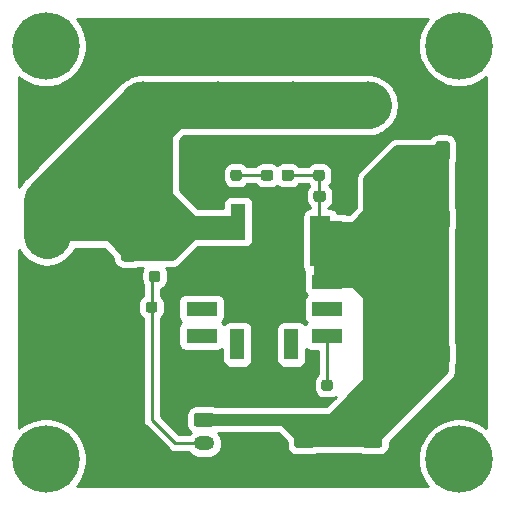
<source format=gbr>
%TF.GenerationSoftware,KiCad,Pcbnew,(5.1.9)-1*%
%TF.CreationDate,2021-02-27T14:58:15+09:00*%
%TF.ProjectId,universal_power_board_v1.2,756e6976-6572-4736-916c-5f706f776572,rev?*%
%TF.SameCoordinates,Original*%
%TF.FileFunction,Copper,L1,Top*%
%TF.FilePolarity,Positive*%
%FSLAX46Y46*%
G04 Gerber Fmt 4.6, Leading zero omitted, Abs format (unit mm)*
G04 Created by KiCad (PCBNEW (5.1.9)-1) date 2021-02-27 14:58:15*
%MOMM*%
%LPD*%
G01*
G04 APERTURE LIST*
%TA.AperFunction,NonConductor*%
%ADD10C,0.100000*%
%TD*%
%TA.AperFunction,SMDPad,CuDef*%
%ADD11R,1.270000X2.159000*%
%TD*%
%TA.AperFunction,SMDPad,CuDef*%
%ADD12R,2.159000X1.270000*%
%TD*%
%TA.AperFunction,SMDPad,CuDef*%
%ADD13R,1.270000X2.659000*%
%TD*%
%TA.AperFunction,SMDPad,CuDef*%
%ADD14R,2.659000X1.270000*%
%TD*%
%TA.AperFunction,SMDPad,CuDef*%
%ADD15R,1.730000X4.320000*%
%TD*%
%TA.AperFunction,SMDPad,CuDef*%
%ADD16R,3.720000X2.030000*%
%TD*%
%TA.AperFunction,SMDPad,CuDef*%
%ADD17R,4.020000X2.030000*%
%TD*%
%TA.AperFunction,ComponentPad*%
%ADD18C,4.000000*%
%TD*%
%TA.AperFunction,ComponentPad*%
%ADD19R,3.800000X3.800000*%
%TD*%
%TA.AperFunction,ComponentPad*%
%ADD20O,1.750000X1.200000*%
%TD*%
%TA.AperFunction,ComponentPad*%
%ADD21O,1.200000X1.750000*%
%TD*%
%TA.AperFunction,ComponentPad*%
%ADD22C,3.800000*%
%TD*%
%TA.AperFunction,ComponentPad*%
%ADD23C,5.700000*%
%TD*%
%TA.AperFunction,ViaPad*%
%ADD24C,0.800000*%
%TD*%
%TA.AperFunction,Conductor*%
%ADD25C,4.000000*%
%TD*%
%TA.AperFunction,Conductor*%
%ADD26C,1.000000*%
%TD*%
%TA.AperFunction,Conductor*%
%ADD27C,0.250000*%
%TD*%
%TA.AperFunction,Conductor*%
%ADD28C,0.254000*%
%TD*%
%TA.AperFunction,Conductor*%
%ADD29C,0.100000*%
%TD*%
G04 APERTURE END LIST*
D10*
G36*
X109621320Y-71038720D02*
G01*
X109639100Y-72966580D01*
X108386880Y-72984360D01*
X108427520Y-71031100D01*
X109621320Y-71038720D01*
G37*
X109621320Y-71038720D02*
X109639100Y-72966580D01*
X108386880Y-72984360D01*
X108427520Y-71031100D01*
X109621320Y-71038720D01*
G36*
X106680000Y-64135000D02*
G01*
X106680000Y-69215000D01*
X109220000Y-71755000D01*
X107315000Y-74295000D01*
X103505000Y-74295000D01*
X101600000Y-72390000D01*
X97790000Y-73025000D01*
X97790000Y-69850000D01*
X104775000Y-62865000D01*
X107315000Y-62865000D01*
X106680000Y-64135000D01*
G37*
X106680000Y-64135000D02*
X106680000Y-69215000D01*
X109220000Y-71755000D01*
X107315000Y-74295000D01*
X103505000Y-74295000D01*
X101600000Y-72390000D01*
X97790000Y-73025000D01*
X97790000Y-69850000D01*
X104775000Y-62865000D01*
X107315000Y-62865000D01*
X106680000Y-64135000D01*
G36*
X130175000Y-83820000D02*
G01*
X124460000Y-90170000D01*
X118745000Y-90170000D01*
X116840000Y-88265000D01*
X120650000Y-88265000D01*
X123825000Y-84455000D01*
X123825000Y-77470000D01*
X122555000Y-76200000D01*
X119380000Y-76200000D01*
X119380000Y-71755000D01*
X122555000Y-71755000D01*
X123825000Y-70485000D01*
X123825000Y-67945000D01*
X126365000Y-65405000D01*
X130175000Y-65405000D01*
X130175000Y-83820000D01*
G37*
X130175000Y-83820000D02*
X124460000Y-90170000D01*
X118745000Y-90170000D01*
X116840000Y-88265000D01*
X120650000Y-88265000D01*
X123825000Y-84455000D01*
X123825000Y-77470000D01*
X122555000Y-76200000D01*
X119380000Y-76200000D01*
X119380000Y-71755000D01*
X122555000Y-71755000D01*
X123825000Y-70485000D01*
X123825000Y-67945000D01*
X126365000Y-65405000D01*
X130175000Y-65405000D01*
X130175000Y-83820000D01*
D11*
%TO.P,U1,3*%
%TO.N,GND*%
X117338670Y-71005300D03*
X114870670Y-71005300D03*
D12*
%TO.P,U1,4*%
%TO.N,+5V*%
X120519000Y-72005000D03*
D11*
%TO.P,U1,2*%
%TO.N,+BATT*%
X112759058Y-71005300D03*
D12*
X109388560Y-72005000D03*
D13*
%TO.P,U1,12*%
%TO.N,Net-(U1-Pad12)*%
X117245130Y-81889410D03*
D14*
%TO.P,U1,11*%
%TO.N,Net-(U1-Pad11)*%
X120269000Y-78863000D03*
%TO.P,U1,10*%
%TO.N,Net-(U1-Pad10)*%
X109638560Y-78863000D03*
%TO.P,U1,9*%
%TO.N,Net-(U1-Pad9)*%
X109638560Y-81153000D03*
D13*
%TO.P,U1,8*%
%TO.N,Net-(U1-Pad8)*%
X112675130Y-81889410D03*
%TO.P,U1,7*%
%TO.N,GND*%
X114965130Y-81889410D03*
D14*
%TO.P,U1,6*%
%TO.N,Net-(R4-Pad1)*%
X120269000Y-81153000D03*
%TO.P,U1,5*%
%TO.N,+5V*%
X120269000Y-76573000D03*
D15*
%TO.P,U1,4*%
X119685130Y-73143000D03*
D16*
%TO.P,U1,3*%
%TO.N,GND*%
X116105130Y-72003000D03*
D17*
%TO.P,U1,2*%
%TO.N,+BATT*%
X111375130Y-72003000D03*
D14*
%TO.P,U1,1*%
%TO.N,GND*%
X109638560Y-76573000D03*
%TD*%
%TO.P,R5,2*%
%TO.N,GND*%
%TA.AperFunction,SMDPad,CuDef*%
G36*
G01*
X111231500Y-67326500D02*
X111231500Y-67801500D01*
G75*
G02*
X110994000Y-68039000I-237500J0D01*
G01*
X110494000Y-68039000D01*
G75*
G02*
X110256500Y-67801500I0J237500D01*
G01*
X110256500Y-67326500D01*
G75*
G02*
X110494000Y-67089000I237500J0D01*
G01*
X110994000Y-67089000D01*
G75*
G02*
X111231500Y-67326500I0J-237500D01*
G01*
G37*
%TD.AperFunction*%
%TO.P,R5,1*%
%TO.N,Net-(D1-Pad1)*%
%TA.AperFunction,SMDPad,CuDef*%
G36*
G01*
X113056500Y-67326500D02*
X113056500Y-67801500D01*
G75*
G02*
X112819000Y-68039000I-237500J0D01*
G01*
X112319000Y-68039000D01*
G75*
G02*
X112081500Y-67801500I0J237500D01*
G01*
X112081500Y-67326500D01*
G75*
G02*
X112319000Y-67089000I237500J0D01*
G01*
X112819000Y-67089000D01*
G75*
G02*
X113056500Y-67326500I0J-237500D01*
G01*
G37*
%TD.AperFunction*%
%TD*%
%TO.P,R4,2*%
%TO.N,GND*%
%TA.AperFunction,SMDPad,CuDef*%
G36*
G01*
X118931500Y-85106500D02*
X118931500Y-85581500D01*
G75*
G02*
X118694000Y-85819000I-237500J0D01*
G01*
X118194000Y-85819000D01*
G75*
G02*
X117956500Y-85581500I0J237500D01*
G01*
X117956500Y-85106500D01*
G75*
G02*
X118194000Y-84869000I237500J0D01*
G01*
X118694000Y-84869000D01*
G75*
G02*
X118931500Y-85106500I0J-237500D01*
G01*
G37*
%TD.AperFunction*%
%TO.P,R4,1*%
%TO.N,Net-(R4-Pad1)*%
%TA.AperFunction,SMDPad,CuDef*%
G36*
G01*
X120756500Y-85106500D02*
X120756500Y-85581500D01*
G75*
G02*
X120519000Y-85819000I-237500J0D01*
G01*
X120019000Y-85819000D01*
G75*
G02*
X119781500Y-85581500I0J237500D01*
G01*
X119781500Y-85106500D01*
G75*
G02*
X120019000Y-84869000I237500J0D01*
G01*
X120519000Y-84869000D01*
G75*
G02*
X120756500Y-85106500I0J-237500D01*
G01*
G37*
%TD.AperFunction*%
%TD*%
%TO.P,R3,2*%
%TO.N,GND*%
%TA.AperFunction,SMDPad,CuDef*%
G36*
G01*
X120924500Y-67801500D02*
X120924500Y-67326500D01*
G75*
G02*
X121162000Y-67089000I237500J0D01*
G01*
X121662000Y-67089000D01*
G75*
G02*
X121899500Y-67326500I0J-237500D01*
G01*
X121899500Y-67801500D01*
G75*
G02*
X121662000Y-68039000I-237500J0D01*
G01*
X121162000Y-68039000D01*
G75*
G02*
X120924500Y-67801500I0J237500D01*
G01*
G37*
%TD.AperFunction*%
%TO.P,R3,1*%
%TO.N,+5V*%
%TA.AperFunction,SMDPad,CuDef*%
G36*
G01*
X119099500Y-67801500D02*
X119099500Y-67326500D01*
G75*
G02*
X119337000Y-67089000I237500J0D01*
G01*
X119837000Y-67089000D01*
G75*
G02*
X120074500Y-67326500I0J-237500D01*
G01*
X120074500Y-67801500D01*
G75*
G02*
X119837000Y-68039000I-237500J0D01*
G01*
X119337000Y-68039000D01*
G75*
G02*
X119099500Y-67801500I0J237500D01*
G01*
G37*
%TD.AperFunction*%
%TD*%
%TO.P,R2,1*%
%TO.N,Net-(J1-Pad2)*%
%TA.AperFunction,SMDPad,CuDef*%
G36*
G01*
X105897500Y-78502500D02*
X105897500Y-78977500D01*
G75*
G02*
X105660000Y-79215000I-237500J0D01*
G01*
X105160000Y-79215000D01*
G75*
G02*
X104922500Y-78977500I0J237500D01*
G01*
X104922500Y-78502500D01*
G75*
G02*
X105160000Y-78265000I237500J0D01*
G01*
X105660000Y-78265000D01*
G75*
G02*
X105897500Y-78502500I0J-237500D01*
G01*
G37*
%TD.AperFunction*%
%TO.P,R2,2*%
%TO.N,GND*%
%TA.AperFunction,SMDPad,CuDef*%
G36*
G01*
X104072500Y-78502500D02*
X104072500Y-78977500D01*
G75*
G02*
X103835000Y-79215000I-237500J0D01*
G01*
X103335000Y-79215000D01*
G75*
G02*
X103097500Y-78977500I0J237500D01*
G01*
X103097500Y-78502500D01*
G75*
G02*
X103335000Y-78265000I237500J0D01*
G01*
X103835000Y-78265000D01*
G75*
G02*
X104072500Y-78502500I0J-237500D01*
G01*
G37*
%TD.AperFunction*%
%TD*%
%TO.P,R1,1*%
%TO.N,+BATT*%
%TA.AperFunction,SMDPad,CuDef*%
G36*
G01*
X105426500Y-73807500D02*
X105901500Y-73807500D01*
G75*
G02*
X106139000Y-74045000I0J-237500D01*
G01*
X106139000Y-74545000D01*
G75*
G02*
X105901500Y-74782500I-237500J0D01*
G01*
X105426500Y-74782500D01*
G75*
G02*
X105189000Y-74545000I0J237500D01*
G01*
X105189000Y-74045000D01*
G75*
G02*
X105426500Y-73807500I237500J0D01*
G01*
G37*
%TD.AperFunction*%
%TO.P,R1,2*%
%TO.N,Net-(J1-Pad2)*%
%TA.AperFunction,SMDPad,CuDef*%
G36*
G01*
X105426500Y-75632500D02*
X105901500Y-75632500D01*
G75*
G02*
X106139000Y-75870000I0J-237500D01*
G01*
X106139000Y-76370000D01*
G75*
G02*
X105901500Y-76607500I-237500J0D01*
G01*
X105426500Y-76607500D01*
G75*
G02*
X105189000Y-76370000I0J237500D01*
G01*
X105189000Y-75870000D01*
G75*
G02*
X105426500Y-75632500I237500J0D01*
G01*
G37*
%TD.AperFunction*%
%TD*%
D18*
%TO.P,J12,2*%
%TO.N,+BATT*%
X123705000Y-61642000D03*
D19*
%TO.P,J12,1*%
%TO.N,GND*%
X123705000Y-56642000D03*
%TD*%
D18*
%TO.P,J11,2*%
%TO.N,+BATT*%
X117355000Y-61642000D03*
D19*
%TO.P,J11,1*%
%TO.N,GND*%
X117355000Y-56642000D03*
%TD*%
D20*
%TO.P,J10,2*%
%TO.N,GND*%
X124079000Y-92043000D03*
%TO.P,J10,1*%
%TO.N,+5V*%
%TA.AperFunction,ComponentPad*%
G36*
G01*
X123453999Y-89443000D02*
X124704001Y-89443000D01*
G75*
G02*
X124954000Y-89692999I0J-249999D01*
G01*
X124954000Y-90393001D01*
G75*
G02*
X124704001Y-90643000I-249999J0D01*
G01*
X123453999Y-90643000D01*
G75*
G02*
X123204000Y-90393001I0J249999D01*
G01*
X123204000Y-89692999D01*
G75*
G02*
X123453999Y-89443000I249999J0D01*
G01*
G37*
%TD.AperFunction*%
%TD*%
%TO.P,J9,2*%
%TO.N,GND*%
X118364000Y-92043000D03*
%TO.P,J9,1*%
%TO.N,+5V*%
%TA.AperFunction,ComponentPad*%
G36*
G01*
X117738999Y-89443000D02*
X118989001Y-89443000D01*
G75*
G02*
X119239000Y-89692999I0J-249999D01*
G01*
X119239000Y-90393001D01*
G75*
G02*
X118989001Y-90643000I-249999J0D01*
G01*
X117738999Y-90643000D01*
G75*
G02*
X117489000Y-90393001I0J249999D01*
G01*
X117489000Y-89692999D01*
G75*
G02*
X117738999Y-89443000I249999J0D01*
G01*
G37*
%TD.AperFunction*%
%TD*%
D21*
%TO.P,J8,2*%
%TO.N,GND*%
X132048000Y-82677000D03*
%TO.P,J8,1*%
%TO.N,+5V*%
%TA.AperFunction,ComponentPad*%
G36*
G01*
X129448000Y-83302001D02*
X129448000Y-82051999D01*
G75*
G02*
X129697999Y-81802000I249999J0D01*
G01*
X130398001Y-81802000D01*
G75*
G02*
X130648000Y-82051999I0J-249999D01*
G01*
X130648000Y-83302001D01*
G75*
G02*
X130398001Y-83552000I-249999J0D01*
G01*
X129697999Y-83552000D01*
G75*
G02*
X129448000Y-83302001I0J249999D01*
G01*
G37*
%TD.AperFunction*%
%TD*%
%TO.P,J7,2*%
%TO.N,GND*%
X131953000Y-76962000D03*
%TO.P,J7,1*%
%TO.N,+5V*%
%TA.AperFunction,ComponentPad*%
G36*
G01*
X129353000Y-77587001D02*
X129353000Y-76336999D01*
G75*
G02*
X129602999Y-76087000I249999J0D01*
G01*
X130303001Y-76087000D01*
G75*
G02*
X130553000Y-76336999I0J-249999D01*
G01*
X130553000Y-77587001D01*
G75*
G02*
X130303001Y-77837000I-249999J0D01*
G01*
X129602999Y-77837000D01*
G75*
G02*
X129353000Y-77587001I0J249999D01*
G01*
G37*
%TD.AperFunction*%
%TD*%
D18*
%TO.P,J6,2*%
%TO.N,+BATT*%
X111005000Y-61642000D03*
D19*
%TO.P,J6,1*%
%TO.N,GND*%
X111005000Y-56642000D03*
%TD*%
D21*
%TO.P,J5,2*%
%TO.N,GND*%
X132048000Y-71247000D03*
%TO.P,J5,1*%
%TO.N,+5V*%
%TA.AperFunction,ComponentPad*%
G36*
G01*
X129448000Y-71872001D02*
X129448000Y-70621999D01*
G75*
G02*
X129697999Y-70372000I249999J0D01*
G01*
X130398001Y-70372000D01*
G75*
G02*
X130648000Y-70621999I0J-249999D01*
G01*
X130648000Y-71872001D01*
G75*
G02*
X130398001Y-72122000I-249999J0D01*
G01*
X129697999Y-72122000D01*
G75*
G02*
X129448000Y-71872001I0J249999D01*
G01*
G37*
%TD.AperFunction*%
%TD*%
%TO.P,J4,2*%
%TO.N,GND*%
X132048000Y-65532000D03*
%TO.P,J4,1*%
%TO.N,+5V*%
%TA.AperFunction,ComponentPad*%
G36*
G01*
X129448000Y-66157001D02*
X129448000Y-64906999D01*
G75*
G02*
X129697999Y-64657000I249999J0D01*
G01*
X130398001Y-64657000D01*
G75*
G02*
X130648000Y-64906999I0J-249999D01*
G01*
X130648000Y-66157001D01*
G75*
G02*
X130398001Y-66407000I-249999J0D01*
G01*
X129697999Y-66407000D01*
G75*
G02*
X129448000Y-66157001I0J249999D01*
G01*
G37*
%TD.AperFunction*%
%TD*%
D18*
%TO.P,J3,2*%
%TO.N,+BATT*%
X104648000Y-61642000D03*
D19*
%TO.P,J3,1*%
%TO.N,GND*%
X104648000Y-56642000D03*
%TD*%
D22*
%TO.P,J2,2*%
%TO.N,+BATT*%
X96520000Y-72644000D03*
D19*
%TO.P,J2,1*%
%TO.N,GND*%
X96520000Y-77644000D03*
%TD*%
D20*
%TO.P,J1,3*%
%TO.N,GND*%
X109855000Y-92265000D03*
%TO.P,J1,2*%
%TO.N,Net-(J1-Pad2)*%
X109855000Y-90265000D03*
%TO.P,J1,1*%
%TO.N,+5V*%
%TA.AperFunction,ComponentPad*%
G36*
G01*
X109229999Y-87665000D02*
X110480001Y-87665000D01*
G75*
G02*
X110730000Y-87914999I0J-249999D01*
G01*
X110730000Y-88615001D01*
G75*
G02*
X110480001Y-88865000I-249999J0D01*
G01*
X109229999Y-88865000D01*
G75*
G02*
X108980000Y-88615001I0J249999D01*
G01*
X108980000Y-87914999D01*
G75*
G02*
X109229999Y-87665000I249999J0D01*
G01*
G37*
%TD.AperFunction*%
%TD*%
D23*
%TO.P,H4,1*%
%TO.N,N/C*%
X131445000Y-91615000D03*
%TD*%
%TO.P,H3,1*%
%TO.N,N/C*%
X96445001Y-56615001D03*
%TD*%
%TO.P,H2,1*%
%TO.N,N/C*%
X131445000Y-56615001D03*
%TD*%
%TO.P,H1,1*%
%TO.N,N/C*%
X96445001Y-91615000D03*
%TD*%
%TO.P,D1,2*%
%TO.N,+5V*%
%TA.AperFunction,SMDPad,CuDef*%
G36*
G01*
X116414000Y-67801500D02*
X116414000Y-67326500D01*
G75*
G02*
X116651500Y-67089000I237500J0D01*
G01*
X117226500Y-67089000D01*
G75*
G02*
X117464000Y-67326500I0J-237500D01*
G01*
X117464000Y-67801500D01*
G75*
G02*
X117226500Y-68039000I-237500J0D01*
G01*
X116651500Y-68039000D01*
G75*
G02*
X116414000Y-67801500I0J237500D01*
G01*
G37*
%TD.AperFunction*%
%TO.P,D1,1*%
%TO.N,Net-(D1-Pad1)*%
%TA.AperFunction,SMDPad,CuDef*%
G36*
G01*
X114664000Y-67801500D02*
X114664000Y-67326500D01*
G75*
G02*
X114901500Y-67089000I237500J0D01*
G01*
X115476500Y-67089000D01*
G75*
G02*
X115714000Y-67326500I0J-237500D01*
G01*
X115714000Y-67801500D01*
G75*
G02*
X115476500Y-68039000I-237500J0D01*
G01*
X114901500Y-68039000D01*
G75*
G02*
X114664000Y-67801500I0J237500D01*
G01*
G37*
%TD.AperFunction*%
%TD*%
%TO.P,C2,2*%
%TO.N,GND*%
%TA.AperFunction,SMDPad,CuDef*%
G36*
G01*
X120859000Y-69579500D02*
X120859000Y-69104500D01*
G75*
G02*
X121096500Y-68867000I237500J0D01*
G01*
X121671500Y-68867000D01*
G75*
G02*
X121909000Y-69104500I0J-237500D01*
G01*
X121909000Y-69579500D01*
G75*
G02*
X121671500Y-69817000I-237500J0D01*
G01*
X121096500Y-69817000D01*
G75*
G02*
X120859000Y-69579500I0J237500D01*
G01*
G37*
%TD.AperFunction*%
%TO.P,C2,1*%
%TO.N,+5V*%
%TA.AperFunction,SMDPad,CuDef*%
G36*
G01*
X119109000Y-69579500D02*
X119109000Y-69104500D01*
G75*
G02*
X119346500Y-68867000I237500J0D01*
G01*
X119921500Y-68867000D01*
G75*
G02*
X120159000Y-69104500I0J-237500D01*
G01*
X120159000Y-69579500D01*
G75*
G02*
X119921500Y-69817000I-237500J0D01*
G01*
X119346500Y-69817000D01*
G75*
G02*
X119109000Y-69579500I0J237500D01*
G01*
G37*
%TD.AperFunction*%
%TD*%
%TO.P,C1,1*%
%TO.N,+BATT*%
%TA.AperFunction,SMDPad,CuDef*%
G36*
G01*
X103054999Y-73720000D02*
X103955001Y-73720000D01*
G75*
G02*
X104205000Y-73969999I0J-249999D01*
G01*
X104205000Y-74620001D01*
G75*
G02*
X103955001Y-74870000I-249999J0D01*
G01*
X103054999Y-74870000D01*
G75*
G02*
X102805000Y-74620001I0J249999D01*
G01*
X102805000Y-73969999D01*
G75*
G02*
X103054999Y-73720000I249999J0D01*
G01*
G37*
%TD.AperFunction*%
%TO.P,C1,2*%
%TO.N,GND*%
%TA.AperFunction,SMDPad,CuDef*%
G36*
G01*
X103054999Y-75770000D02*
X103955001Y-75770000D01*
G75*
G02*
X104205000Y-76019999I0J-249999D01*
G01*
X104205000Y-76670001D01*
G75*
G02*
X103955001Y-76920000I-249999J0D01*
G01*
X103054999Y-76920000D01*
G75*
G02*
X102805000Y-76670001I0J249999D01*
G01*
X102805000Y-76019999D01*
G75*
G02*
X103054999Y-75770000I249999J0D01*
G01*
G37*
%TD.AperFunction*%
%TD*%
D24*
%TO.N,GND*%
X113030000Y-74930000D03*
X114935000Y-74930000D03*
X116840000Y-74930000D03*
X116840000Y-76835000D03*
X114935000Y-76835000D03*
X113030000Y-76835000D03*
X113030000Y-78740000D03*
X114935000Y-78740000D03*
X116840000Y-78740000D03*
%TO.N,+BATT*%
X102870000Y-66040000D03*
X100965000Y-66040000D03*
X100965000Y-67945000D03*
X100965000Y-64135000D03*
X102870000Y-64135000D03*
X99060000Y-69850000D03*
X99060000Y-67945000D03*
X99060000Y-66040000D03*
X97155000Y-67945000D03*
X97155000Y-69850000D03*
X104775000Y-64135000D03*
X106680000Y-64135000D03*
X104775000Y-69850000D03*
X102870000Y-71755000D03*
X104775000Y-71755000D03*
X100965000Y-71755000D03*
X100965000Y-69850000D03*
X102870000Y-69850000D03*
X102870000Y-67945000D03*
X104775000Y-67945000D03*
X104775000Y-66040000D03*
X106680000Y-66040000D03*
X106680000Y-67945000D03*
X106680000Y-69850000D03*
X106680000Y-71755000D03*
%TO.N,+5V*%
X126730000Y-69850000D03*
X124825000Y-69850000D03*
X124825000Y-67945000D03*
X126730000Y-67945000D03*
X126730000Y-71755000D03*
X124825000Y-71755000D03*
X124825000Y-73660000D03*
X126730000Y-73660000D03*
X124825000Y-77470000D03*
X124825000Y-81280000D03*
X126730000Y-81280000D03*
X126730000Y-79375000D03*
X124825000Y-79375000D03*
X126730000Y-77470000D03*
X126730000Y-75565000D03*
X124825000Y-75565000D03*
X124825000Y-83185000D03*
X126730000Y-83185000D03*
X126730000Y-85090000D03*
X124825000Y-85090000D03*
%TD*%
D25*
%TO.N,GND*%
X123825000Y-56642000D02*
X104648000Y-56642000D01*
D26*
X132048000Y-65532000D02*
X132048000Y-82677000D01*
X124079000Y-92043000D02*
X118364000Y-92043000D01*
D27*
X118142000Y-92265000D02*
X118364000Y-92043000D01*
D26*
X109855000Y-92265000D02*
X118142000Y-92265000D01*
%TO.N,+BATT*%
X101854000Y-72644000D02*
X103505000Y-74295000D01*
X103505000Y-74295000D02*
X105664000Y-74295000D01*
X107098560Y-74295000D02*
X109388560Y-72005000D01*
X105664000Y-74295000D02*
X107098560Y-74295000D01*
X96520000Y-72644000D02*
X101854000Y-72644000D01*
X106680000Y-69296440D02*
X109388560Y-72005000D01*
X106680000Y-64135000D02*
X106680000Y-69296440D01*
X111125000Y-61642000D02*
X109173000Y-61642000D01*
D25*
X96520000Y-69770000D02*
X104648000Y-61642000D01*
X96520000Y-72644000D02*
X96520000Y-69770000D01*
D26*
X102870000Y-67945000D02*
X102870000Y-66040000D01*
X102870000Y-66040000D02*
X104775000Y-66040000D01*
X104775000Y-66040000D02*
X104775000Y-69850000D01*
X101470460Y-67945000D02*
X100965000Y-67945000D01*
X102870000Y-69344540D02*
X101470460Y-67945000D01*
X100965000Y-67945000D02*
X100965000Y-69850000D01*
X102870000Y-69850000D02*
X102870000Y-68531740D01*
X102870000Y-68531740D02*
X102870000Y-69344540D01*
X102870000Y-67945000D02*
X102870000Y-68531740D01*
X109173000Y-61642000D02*
X106680000Y-64135000D01*
D25*
X104648000Y-61642000D02*
X123705000Y-61642000D01*
D27*
%TO.N,+5V*%
X116939000Y-67564000D02*
X119587000Y-67564000D01*
X119587000Y-73044870D02*
X119685130Y-73143000D01*
X119587000Y-67564000D02*
X119587000Y-73044870D01*
X120519000Y-72309130D02*
X119685130Y-73143000D01*
X120519000Y-72005000D02*
X120519000Y-72309130D01*
D26*
X130048000Y-65532000D02*
X130048000Y-71247000D01*
X130048000Y-71247000D02*
X130048000Y-82677000D01*
X116586000Y-88265000D02*
X109855000Y-88265000D01*
X118364000Y-90043000D02*
X116586000Y-88265000D01*
X129290000Y-72005000D02*
X130048000Y-71247000D01*
X120519000Y-72005000D02*
X129290000Y-72005000D01*
X123825000Y-77799500D02*
X123825000Y-85090000D01*
X122598500Y-76573000D02*
X123825000Y-77799500D01*
X120269000Y-76573000D02*
X122598500Y-76573000D01*
X123825000Y-70778500D02*
X123825000Y-67945000D01*
X122598500Y-72005000D02*
X123825000Y-70778500D01*
X120519000Y-72005000D02*
X122598500Y-72005000D01*
X119685130Y-75989130D02*
X120269000Y-76573000D01*
X119685130Y-73143000D02*
X119685130Y-75989130D01*
X120650000Y-88265000D02*
X123825000Y-85090000D01*
X116586000Y-88265000D02*
X120650000Y-88265000D01*
X126238000Y-65532000D02*
X123825000Y-67945000D01*
X130048000Y-65532000D02*
X126238000Y-65532000D01*
X124079000Y-90043000D02*
X118364000Y-90043000D01*
X130048000Y-84074000D02*
X124079000Y-90043000D01*
X130048000Y-82677000D02*
X130048000Y-84074000D01*
D27*
X130048000Y-65532000D02*
X130048000Y-82677000D01*
D26*
X123825000Y-67945000D02*
X125730000Y-67945000D01*
X123825000Y-73660000D02*
X125730000Y-73660000D01*
X123825000Y-77470000D02*
X125730000Y-77470000D01*
X125730000Y-73660000D02*
X125730000Y-85090000D01*
X123825000Y-69850000D02*
X125730000Y-69850000D01*
D27*
%TO.N,Net-(D1-Pad1)*%
X115189000Y-67564000D02*
X112569000Y-67564000D01*
%TO.N,Net-(J1-Pad2)*%
X105410000Y-78740000D02*
X105410000Y-88265000D01*
X107410000Y-90265000D02*
X109855000Y-90265000D01*
X105410000Y-88265000D02*
X107410000Y-90265000D01*
X105410000Y-76374000D02*
X105664000Y-76120000D01*
X105410000Y-78740000D02*
X105410000Y-76374000D01*
%TO.N,Net-(R4-Pad1)*%
X120269000Y-81153000D02*
X120269000Y-85344000D01*
%TD*%
D28*
%TO.N,GND*%
X128738024Y-54393443D02*
X128356633Y-54964235D01*
X128093927Y-55598464D01*
X127960000Y-56271759D01*
X127960000Y-56958243D01*
X128093927Y-57631538D01*
X128356633Y-58265767D01*
X128738024Y-58836559D01*
X129223442Y-59321977D01*
X129794234Y-59703368D01*
X130428463Y-59966074D01*
X131101758Y-60100001D01*
X131788242Y-60100001D01*
X132461537Y-59966074D01*
X133095766Y-59703368D01*
X133666558Y-59321977D01*
X133710000Y-59278535D01*
X133710001Y-88951467D01*
X133666558Y-88908024D01*
X133095766Y-88526633D01*
X132461537Y-88263927D01*
X131788242Y-88130000D01*
X131101758Y-88130000D01*
X130428463Y-88263927D01*
X129794234Y-88526633D01*
X129223442Y-88908024D01*
X128738024Y-89393442D01*
X128356633Y-89964234D01*
X128093927Y-90598463D01*
X127960000Y-91271758D01*
X127960000Y-91958242D01*
X128093927Y-92631537D01*
X128356633Y-93265766D01*
X128738024Y-93836558D01*
X128781466Y-93880000D01*
X99108535Y-93880000D01*
X99151977Y-93836558D01*
X99533368Y-93265766D01*
X99796074Y-92631537D01*
X99930001Y-91958242D01*
X99930001Y-91271758D01*
X99796074Y-90598463D01*
X99533368Y-89964234D01*
X99151977Y-89393442D01*
X98666559Y-88908024D01*
X98095767Y-88526633D01*
X97461538Y-88263927D01*
X96788243Y-88130000D01*
X96101759Y-88130000D01*
X95428464Y-88263927D01*
X94794235Y-88526633D01*
X94223443Y-88908024D01*
X94180001Y-88951466D01*
X94180001Y-73855939D01*
X94318477Y-74115010D01*
X94647759Y-74516241D01*
X95048989Y-74845523D01*
X95506750Y-75090201D01*
X96003450Y-75240873D01*
X96520000Y-75291749D01*
X97036549Y-75240873D01*
X97533249Y-75090201D01*
X97991010Y-74845523D01*
X98392241Y-74516241D01*
X98721523Y-74115011D01*
X98901124Y-73779000D01*
X101383869Y-73779000D01*
X102166928Y-74562060D01*
X102166928Y-74620001D01*
X102183992Y-74793255D01*
X102234528Y-74959851D01*
X102316595Y-75113387D01*
X102427038Y-75247962D01*
X102561613Y-75358405D01*
X102715149Y-75440472D01*
X102881745Y-75491008D01*
X103054999Y-75508072D01*
X103955001Y-75508072D01*
X104128255Y-75491008D01*
X104294851Y-75440472D01*
X104314443Y-75430000D01*
X104673664Y-75430000D01*
X104617577Y-75534933D01*
X104567752Y-75699184D01*
X104550928Y-75870000D01*
X104550928Y-76370000D01*
X104567752Y-76540816D01*
X104617577Y-76705067D01*
X104650001Y-76765728D01*
X104650000Y-77793821D01*
X104540877Y-77883377D01*
X104431988Y-78016058D01*
X104351077Y-78167433D01*
X104301252Y-78331684D01*
X104284428Y-78502500D01*
X104284428Y-78977500D01*
X104301252Y-79148316D01*
X104351077Y-79312567D01*
X104431988Y-79463942D01*
X104540877Y-79596623D01*
X104650000Y-79686178D01*
X104650001Y-88227668D01*
X104646324Y-88265000D01*
X104660998Y-88413985D01*
X104704454Y-88557246D01*
X104775026Y-88689276D01*
X104846201Y-88776002D01*
X104870000Y-88805001D01*
X104898998Y-88828799D01*
X106846201Y-90776003D01*
X106869999Y-90805001D01*
X106898997Y-90828799D01*
X106985723Y-90899974D01*
X107087638Y-90954449D01*
X107117753Y-90970546D01*
X107261014Y-91014003D01*
X107372667Y-91025000D01*
X107372676Y-91025000D01*
X107409999Y-91028676D01*
X107447322Y-91025000D01*
X108606067Y-91025000D01*
X108702498Y-91142502D01*
X108890551Y-91296833D01*
X109105099Y-91411511D01*
X109337898Y-91482130D01*
X109519335Y-91500000D01*
X110190665Y-91500000D01*
X110372102Y-91482130D01*
X110604901Y-91411511D01*
X110819449Y-91296833D01*
X111007502Y-91142502D01*
X111161833Y-90954449D01*
X111276511Y-90739901D01*
X111347130Y-90507102D01*
X111370975Y-90265000D01*
X111347130Y-90022898D01*
X111276511Y-89790099D01*
X111161833Y-89575551D01*
X111017762Y-89400000D01*
X116115869Y-89400000D01*
X116850928Y-90135060D01*
X116850928Y-90393001D01*
X116867992Y-90566255D01*
X116918528Y-90732851D01*
X117000595Y-90886387D01*
X117111038Y-91020962D01*
X117245613Y-91131405D01*
X117399149Y-91213472D01*
X117565745Y-91264008D01*
X117738999Y-91281072D01*
X118989001Y-91281072D01*
X119162255Y-91264008D01*
X119328851Y-91213472D01*
X119395214Y-91178000D01*
X123047786Y-91178000D01*
X123114149Y-91213472D01*
X123280745Y-91264008D01*
X123453999Y-91281072D01*
X124704001Y-91281072D01*
X124877255Y-91264008D01*
X125043851Y-91213472D01*
X125197387Y-91131405D01*
X125331962Y-91020962D01*
X125442405Y-90886387D01*
X125524472Y-90732851D01*
X125575008Y-90566255D01*
X125592072Y-90393001D01*
X125592072Y-90135059D01*
X130811141Y-84915991D01*
X130854449Y-84880449D01*
X130996284Y-84707623D01*
X131101676Y-84510447D01*
X131166577Y-84296499D01*
X131183000Y-84129752D01*
X131188491Y-84074000D01*
X131183000Y-84018248D01*
X131183000Y-83708214D01*
X131218472Y-83641851D01*
X131269008Y-83475255D01*
X131286072Y-83302001D01*
X131286072Y-82051999D01*
X131269008Y-81878745D01*
X131218472Y-81712149D01*
X131183000Y-81645786D01*
X131183000Y-77668958D01*
X131191072Y-77587001D01*
X131191072Y-76336999D01*
X131183000Y-76255042D01*
X131183000Y-72278214D01*
X131218472Y-72211851D01*
X131269008Y-72045255D01*
X131286072Y-71872001D01*
X131286072Y-70621999D01*
X131269008Y-70448745D01*
X131218472Y-70282149D01*
X131183000Y-70215786D01*
X131183000Y-66563214D01*
X131218472Y-66496851D01*
X131269008Y-66330255D01*
X131286072Y-66157001D01*
X131286072Y-64906999D01*
X131269008Y-64733745D01*
X131218472Y-64567149D01*
X131136405Y-64413613D01*
X131025962Y-64279038D01*
X130891387Y-64168595D01*
X130737851Y-64086528D01*
X130571255Y-64035992D01*
X130398001Y-64018928D01*
X129697999Y-64018928D01*
X129524745Y-64035992D01*
X129358149Y-64086528D01*
X129204613Y-64168595D01*
X129070038Y-64279038D01*
X128973229Y-64397000D01*
X126293741Y-64397000D01*
X126237999Y-64391510D01*
X126182257Y-64397000D01*
X126182248Y-64397000D01*
X126015501Y-64413423D01*
X125801553Y-64478324D01*
X125604377Y-64583716D01*
X125431551Y-64725551D01*
X125396009Y-64768859D01*
X123061865Y-67103004D01*
X123018551Y-67138551D01*
X122876716Y-67311377D01*
X122771324Y-67508553D01*
X122706423Y-67722501D01*
X122684509Y-67945000D01*
X122690001Y-68000761D01*
X122690000Y-69794245D01*
X122684509Y-69850000D01*
X122690000Y-69905751D01*
X122690000Y-70308368D01*
X122128369Y-70870000D01*
X121990204Y-70870000D01*
X121952994Y-70839463D01*
X121842680Y-70780498D01*
X121722982Y-70744188D01*
X121598500Y-70731928D01*
X121135948Y-70731928D01*
X121080667Y-70628506D01*
X121001315Y-70531815D01*
X120904624Y-70452463D01*
X120794310Y-70393498D01*
X120674612Y-70357188D01*
X120550130Y-70344928D01*
X120347000Y-70344928D01*
X120347000Y-70340086D01*
X120407942Y-70307512D01*
X120540623Y-70198623D01*
X120649512Y-70065942D01*
X120730423Y-69914567D01*
X120780248Y-69750316D01*
X120797072Y-69579500D01*
X120797072Y-69104500D01*
X120780248Y-68933684D01*
X120730423Y-68769433D01*
X120649512Y-68618058D01*
X120540623Y-68485377D01*
X120458376Y-68417878D01*
X120565012Y-68287942D01*
X120645923Y-68136567D01*
X120695748Y-67972316D01*
X120712572Y-67801500D01*
X120712572Y-67326500D01*
X120695748Y-67155684D01*
X120645923Y-66991433D01*
X120565012Y-66840058D01*
X120456123Y-66707377D01*
X120323442Y-66598488D01*
X120172067Y-66517577D01*
X120007816Y-66467752D01*
X119837000Y-66450928D01*
X119337000Y-66450928D01*
X119166184Y-66467752D01*
X119001933Y-66517577D01*
X118850558Y-66598488D01*
X118717877Y-66707377D01*
X118638580Y-66804000D01*
X117924920Y-66804000D01*
X117845623Y-66707377D01*
X117712942Y-66598488D01*
X117561567Y-66517577D01*
X117397316Y-66467752D01*
X117226500Y-66450928D01*
X116651500Y-66450928D01*
X116480684Y-66467752D01*
X116316433Y-66517577D01*
X116165058Y-66598488D01*
X116064000Y-66681425D01*
X115962942Y-66598488D01*
X115811567Y-66517577D01*
X115647316Y-66467752D01*
X115476500Y-66450928D01*
X114901500Y-66450928D01*
X114730684Y-66467752D01*
X114566433Y-66517577D01*
X114415058Y-66598488D01*
X114282377Y-66707377D01*
X114203080Y-66804000D01*
X113517420Y-66804000D01*
X113438123Y-66707377D01*
X113305442Y-66598488D01*
X113154067Y-66517577D01*
X112989816Y-66467752D01*
X112819000Y-66450928D01*
X112319000Y-66450928D01*
X112148184Y-66467752D01*
X111983933Y-66517577D01*
X111832558Y-66598488D01*
X111699877Y-66707377D01*
X111590988Y-66840058D01*
X111510077Y-66991433D01*
X111460252Y-67155684D01*
X111443428Y-67326500D01*
X111443428Y-67801500D01*
X111460252Y-67972316D01*
X111510077Y-68136567D01*
X111590988Y-68287942D01*
X111699877Y-68420623D01*
X111832558Y-68529512D01*
X111983933Y-68610423D01*
X112148184Y-68660248D01*
X112319000Y-68677072D01*
X112819000Y-68677072D01*
X112989816Y-68660248D01*
X113154067Y-68610423D01*
X113305442Y-68529512D01*
X113438123Y-68420623D01*
X113517420Y-68324000D01*
X114203080Y-68324000D01*
X114282377Y-68420623D01*
X114415058Y-68529512D01*
X114566433Y-68610423D01*
X114730684Y-68660248D01*
X114901500Y-68677072D01*
X115476500Y-68677072D01*
X115647316Y-68660248D01*
X115811567Y-68610423D01*
X115962942Y-68529512D01*
X116064000Y-68446575D01*
X116165058Y-68529512D01*
X116316433Y-68610423D01*
X116480684Y-68660248D01*
X116651500Y-68677072D01*
X117226500Y-68677072D01*
X117397316Y-68660248D01*
X117561567Y-68610423D01*
X117712942Y-68529512D01*
X117845623Y-68420623D01*
X117924920Y-68324000D01*
X118638580Y-68324000D01*
X118717877Y-68420623D01*
X118762078Y-68456898D01*
X118727377Y-68485377D01*
X118618488Y-68618058D01*
X118537577Y-68769433D01*
X118487752Y-68933684D01*
X118470928Y-69104500D01*
X118470928Y-69579500D01*
X118487752Y-69750316D01*
X118537577Y-69914567D01*
X118618488Y-70065942D01*
X118727377Y-70198623D01*
X118827000Y-70280382D01*
X118827001Y-70344928D01*
X118820130Y-70344928D01*
X118695648Y-70357188D01*
X118575950Y-70393498D01*
X118465636Y-70452463D01*
X118368945Y-70531815D01*
X118289593Y-70628506D01*
X118230628Y-70738820D01*
X118194318Y-70858518D01*
X118182058Y-70983000D01*
X118182058Y-75303000D01*
X118194318Y-75427482D01*
X118230628Y-75547180D01*
X118289593Y-75657494D01*
X118341742Y-75721038D01*
X118313688Y-75813518D01*
X118301428Y-75938000D01*
X118301428Y-77208000D01*
X118313688Y-77332482D01*
X118349998Y-77452180D01*
X118408963Y-77562494D01*
X118488315Y-77659185D01*
X118559982Y-77718000D01*
X118488315Y-77776815D01*
X118408963Y-77873506D01*
X118349998Y-77983820D01*
X118313688Y-78103518D01*
X118301428Y-78228000D01*
X118301428Y-79498000D01*
X118313688Y-79622482D01*
X118349998Y-79742180D01*
X118408963Y-79852494D01*
X118488315Y-79949185D01*
X118559982Y-80008000D01*
X118488315Y-80066815D01*
X118408963Y-80163506D01*
X118396069Y-80187628D01*
X118331315Y-80108725D01*
X118234624Y-80029373D01*
X118124310Y-79970408D01*
X118004612Y-79934098D01*
X117880130Y-79921838D01*
X116610130Y-79921838D01*
X116485648Y-79934098D01*
X116365950Y-79970408D01*
X116255636Y-80029373D01*
X116158945Y-80108725D01*
X116079593Y-80205416D01*
X116020628Y-80315730D01*
X115984318Y-80435428D01*
X115972058Y-80559910D01*
X115972058Y-83218910D01*
X115984318Y-83343392D01*
X116020628Y-83463090D01*
X116079593Y-83573404D01*
X116158945Y-83670095D01*
X116255636Y-83749447D01*
X116365950Y-83808412D01*
X116485648Y-83844722D01*
X116610130Y-83856982D01*
X117880130Y-83856982D01*
X118004612Y-83844722D01*
X118124310Y-83808412D01*
X118234624Y-83749447D01*
X118331315Y-83670095D01*
X118410667Y-83573404D01*
X118469632Y-83463090D01*
X118505942Y-83343392D01*
X118518202Y-83218910D01*
X118518202Y-82263713D01*
X118585006Y-82318537D01*
X118695320Y-82377502D01*
X118815018Y-82413812D01*
X118939500Y-82426072D01*
X119509000Y-82426072D01*
X119509001Y-84397821D01*
X119399877Y-84487377D01*
X119290988Y-84620058D01*
X119210077Y-84771433D01*
X119160252Y-84935684D01*
X119143428Y-85106500D01*
X119143428Y-85581500D01*
X119160252Y-85752316D01*
X119210077Y-85916567D01*
X119290988Y-86067942D01*
X119399877Y-86200623D01*
X119532558Y-86309512D01*
X119683933Y-86390423D01*
X119848184Y-86440248D01*
X120019000Y-86457072D01*
X120519000Y-86457072D01*
X120689816Y-86440248D01*
X120854067Y-86390423D01*
X120994517Y-86315351D01*
X120179869Y-87130000D01*
X116641751Y-87130000D01*
X116586000Y-87124509D01*
X116530249Y-87130000D01*
X110886214Y-87130000D01*
X110819851Y-87094528D01*
X110653255Y-87043992D01*
X110480001Y-87026928D01*
X109229999Y-87026928D01*
X109056745Y-87043992D01*
X108890149Y-87094528D01*
X108736613Y-87176595D01*
X108602038Y-87287038D01*
X108491595Y-87421613D01*
X108409528Y-87575149D01*
X108358992Y-87741745D01*
X108341928Y-87914999D01*
X108341928Y-88615001D01*
X108358992Y-88788255D01*
X108409528Y-88954851D01*
X108491595Y-89108387D01*
X108602038Y-89242962D01*
X108736613Y-89353405D01*
X108741111Y-89355809D01*
X108702498Y-89387498D01*
X108606067Y-89505000D01*
X107724802Y-89505000D01*
X106170000Y-87950199D01*
X106170000Y-79686178D01*
X106279123Y-79596623D01*
X106388012Y-79463942D01*
X106468923Y-79312567D01*
X106518748Y-79148316D01*
X106535572Y-78977500D01*
X106535572Y-78502500D01*
X106518748Y-78331684D01*
X106487296Y-78228000D01*
X107670988Y-78228000D01*
X107670988Y-79498000D01*
X107683248Y-79622482D01*
X107719558Y-79742180D01*
X107778523Y-79852494D01*
X107857875Y-79949185D01*
X107929542Y-80008000D01*
X107857875Y-80066815D01*
X107778523Y-80163506D01*
X107719558Y-80273820D01*
X107683248Y-80393518D01*
X107670988Y-80518000D01*
X107670988Y-81788000D01*
X107683248Y-81912482D01*
X107719558Y-82032180D01*
X107778523Y-82142494D01*
X107857875Y-82239185D01*
X107954566Y-82318537D01*
X108064880Y-82377502D01*
X108184578Y-82413812D01*
X108309060Y-82426072D01*
X110968060Y-82426072D01*
X111092542Y-82413812D01*
X111212240Y-82377502D01*
X111322554Y-82318537D01*
X111402058Y-82253290D01*
X111402058Y-83218910D01*
X111414318Y-83343392D01*
X111450628Y-83463090D01*
X111509593Y-83573404D01*
X111588945Y-83670095D01*
X111685636Y-83749447D01*
X111795950Y-83808412D01*
X111915648Y-83844722D01*
X112040130Y-83856982D01*
X113310130Y-83856982D01*
X113434612Y-83844722D01*
X113554310Y-83808412D01*
X113664624Y-83749447D01*
X113761315Y-83670095D01*
X113840667Y-83573404D01*
X113899632Y-83463090D01*
X113935942Y-83343392D01*
X113948202Y-83218910D01*
X113948202Y-80559910D01*
X113935942Y-80435428D01*
X113899632Y-80315730D01*
X113840667Y-80205416D01*
X113761315Y-80108725D01*
X113664624Y-80029373D01*
X113554310Y-79970408D01*
X113434612Y-79934098D01*
X113310130Y-79921838D01*
X112040130Y-79921838D01*
X111915648Y-79934098D01*
X111795950Y-79970408D01*
X111685636Y-80029373D01*
X111588945Y-80108725D01*
X111516500Y-80197000D01*
X111498597Y-80163506D01*
X111419245Y-80066815D01*
X111347578Y-80008000D01*
X111419245Y-79949185D01*
X111498597Y-79852494D01*
X111557562Y-79742180D01*
X111593872Y-79622482D01*
X111606132Y-79498000D01*
X111606132Y-78228000D01*
X111593872Y-78103518D01*
X111557562Y-77983820D01*
X111498597Y-77873506D01*
X111419245Y-77776815D01*
X111322554Y-77697463D01*
X111212240Y-77638498D01*
X111092542Y-77602188D01*
X110968060Y-77589928D01*
X108309060Y-77589928D01*
X108184578Y-77602188D01*
X108064880Y-77638498D01*
X107954566Y-77697463D01*
X107857875Y-77776815D01*
X107778523Y-77873506D01*
X107719558Y-77983820D01*
X107683248Y-78103518D01*
X107670988Y-78228000D01*
X106487296Y-78228000D01*
X106468923Y-78167433D01*
X106388012Y-78016058D01*
X106279123Y-77883377D01*
X106170000Y-77793822D01*
X106170000Y-77199116D01*
X106236567Y-77178923D01*
X106387942Y-77098012D01*
X106520623Y-76989123D01*
X106629512Y-76856442D01*
X106710423Y-76705067D01*
X106760248Y-76540816D01*
X106777072Y-76370000D01*
X106777072Y-75870000D01*
X106760248Y-75699184D01*
X106710423Y-75534933D01*
X106654336Y-75430000D01*
X107042809Y-75430000D01*
X107098560Y-75435491D01*
X107154311Y-75430000D01*
X107154312Y-75430000D01*
X107321059Y-75413577D01*
X107535007Y-75348676D01*
X107732183Y-75243284D01*
X107905009Y-75101449D01*
X107940556Y-75058135D01*
X109342836Y-73655856D01*
X109360401Y-73655606D01*
X109365130Y-73656072D01*
X113385130Y-73656072D01*
X113509612Y-73643812D01*
X113629310Y-73607502D01*
X113739624Y-73548537D01*
X113836315Y-73469185D01*
X113915667Y-73372494D01*
X113974632Y-73262180D01*
X114010942Y-73142482D01*
X114023202Y-73018000D01*
X114023202Y-72175451D01*
X114032130Y-72084800D01*
X114032130Y-69925800D01*
X114019870Y-69801318D01*
X113983560Y-69681620D01*
X113924595Y-69571306D01*
X113845243Y-69474615D01*
X113748552Y-69395263D01*
X113638238Y-69336298D01*
X113518540Y-69299988D01*
X113394058Y-69287728D01*
X112124058Y-69287728D01*
X111999576Y-69299988D01*
X111879878Y-69336298D01*
X111769564Y-69395263D01*
X111672873Y-69474615D01*
X111593521Y-69571306D01*
X111534556Y-69681620D01*
X111498246Y-69801318D01*
X111485986Y-69925800D01*
X111485986Y-70349928D01*
X109365130Y-70349928D01*
X109344697Y-70351940D01*
X109340606Y-70351914D01*
X107815000Y-68826309D01*
X107815000Y-64605131D01*
X108143131Y-64277000D01*
X123964525Y-64277000D01*
X124092111Y-64251622D01*
X124221550Y-64238873D01*
X124346012Y-64201118D01*
X124473601Y-64175739D01*
X124593787Y-64125956D01*
X124718250Y-64088201D01*
X124832958Y-64026889D01*
X124953141Y-63977107D01*
X125061301Y-63904837D01*
X125176011Y-63843523D01*
X125276556Y-63761008D01*
X125384715Y-63688738D01*
X125476699Y-63596754D01*
X125577241Y-63514241D01*
X125659756Y-63413697D01*
X125751738Y-63321715D01*
X125824008Y-63213556D01*
X125906523Y-63113011D01*
X125967837Y-62998301D01*
X126040107Y-62890141D01*
X126089889Y-62769958D01*
X126151201Y-62655250D01*
X126188956Y-62530787D01*
X126238739Y-62410601D01*
X126264118Y-62283012D01*
X126301873Y-62158550D01*
X126314622Y-62029111D01*
X126340000Y-61901525D01*
X126340000Y-61771442D01*
X126352749Y-61642000D01*
X126340000Y-61512558D01*
X126340000Y-61382475D01*
X126314622Y-61254889D01*
X126301873Y-61125450D01*
X126264118Y-61000988D01*
X126238739Y-60873399D01*
X126188956Y-60753213D01*
X126151201Y-60628750D01*
X126089889Y-60514042D01*
X126040107Y-60393859D01*
X125967837Y-60285699D01*
X125906523Y-60170989D01*
X125824008Y-60070444D01*
X125751738Y-59962285D01*
X125659754Y-59870301D01*
X125577241Y-59769759D01*
X125476698Y-59687245D01*
X125384715Y-59595262D01*
X125276556Y-59522992D01*
X125176011Y-59440477D01*
X125061301Y-59379163D01*
X124953141Y-59306893D01*
X124832958Y-59257111D01*
X124718250Y-59195799D01*
X124593787Y-59158044D01*
X124473601Y-59108261D01*
X124346012Y-59082882D01*
X124221550Y-59045127D01*
X124092111Y-59032378D01*
X123964525Y-59007000D01*
X104777434Y-59007000D01*
X104648000Y-58994252D01*
X104518566Y-59007000D01*
X104388475Y-59007000D01*
X104260889Y-59032378D01*
X104131450Y-59045127D01*
X104006988Y-59082882D01*
X103879399Y-59108261D01*
X103759213Y-59158044D01*
X103634750Y-59195799D01*
X103520042Y-59257111D01*
X103399859Y-59306893D01*
X103291699Y-59379163D01*
X103176989Y-59440477D01*
X103076444Y-59522992D01*
X102968285Y-59595262D01*
X102876302Y-59687245D01*
X102775759Y-59769759D01*
X102693246Y-59870301D01*
X102601262Y-59962285D01*
X102601260Y-59962288D01*
X94748302Y-67815246D01*
X94647760Y-67897759D01*
X94565247Y-67998301D01*
X94565245Y-67998303D01*
X94525331Y-68046939D01*
X94318478Y-68298989D01*
X94223870Y-68475988D01*
X94180001Y-68558062D01*
X94180001Y-59278535D01*
X94223443Y-59321977D01*
X94794235Y-59703368D01*
X95428464Y-59966074D01*
X96101759Y-60100001D01*
X96788243Y-60100001D01*
X97461538Y-59966074D01*
X98095767Y-59703368D01*
X98666559Y-59321977D01*
X99151977Y-58836559D01*
X99533368Y-58265767D01*
X99796074Y-57631538D01*
X99930001Y-56958243D01*
X99930001Y-56271759D01*
X99796074Y-55598464D01*
X99533368Y-54964235D01*
X99151977Y-54393443D01*
X99108535Y-54350001D01*
X128781466Y-54350001D01*
X128738024Y-54393443D01*
%TA.AperFunction,Conductor*%
D29*
G36*
X128738024Y-54393443D02*
G01*
X128356633Y-54964235D01*
X128093927Y-55598464D01*
X127960000Y-56271759D01*
X127960000Y-56958243D01*
X128093927Y-57631538D01*
X128356633Y-58265767D01*
X128738024Y-58836559D01*
X129223442Y-59321977D01*
X129794234Y-59703368D01*
X130428463Y-59966074D01*
X131101758Y-60100001D01*
X131788242Y-60100001D01*
X132461537Y-59966074D01*
X133095766Y-59703368D01*
X133666558Y-59321977D01*
X133710000Y-59278535D01*
X133710001Y-88951467D01*
X133666558Y-88908024D01*
X133095766Y-88526633D01*
X132461537Y-88263927D01*
X131788242Y-88130000D01*
X131101758Y-88130000D01*
X130428463Y-88263927D01*
X129794234Y-88526633D01*
X129223442Y-88908024D01*
X128738024Y-89393442D01*
X128356633Y-89964234D01*
X128093927Y-90598463D01*
X127960000Y-91271758D01*
X127960000Y-91958242D01*
X128093927Y-92631537D01*
X128356633Y-93265766D01*
X128738024Y-93836558D01*
X128781466Y-93880000D01*
X99108535Y-93880000D01*
X99151977Y-93836558D01*
X99533368Y-93265766D01*
X99796074Y-92631537D01*
X99930001Y-91958242D01*
X99930001Y-91271758D01*
X99796074Y-90598463D01*
X99533368Y-89964234D01*
X99151977Y-89393442D01*
X98666559Y-88908024D01*
X98095767Y-88526633D01*
X97461538Y-88263927D01*
X96788243Y-88130000D01*
X96101759Y-88130000D01*
X95428464Y-88263927D01*
X94794235Y-88526633D01*
X94223443Y-88908024D01*
X94180001Y-88951466D01*
X94180001Y-73855939D01*
X94318477Y-74115010D01*
X94647759Y-74516241D01*
X95048989Y-74845523D01*
X95506750Y-75090201D01*
X96003450Y-75240873D01*
X96520000Y-75291749D01*
X97036549Y-75240873D01*
X97533249Y-75090201D01*
X97991010Y-74845523D01*
X98392241Y-74516241D01*
X98721523Y-74115011D01*
X98901124Y-73779000D01*
X101383869Y-73779000D01*
X102166928Y-74562060D01*
X102166928Y-74620001D01*
X102183992Y-74793255D01*
X102234528Y-74959851D01*
X102316595Y-75113387D01*
X102427038Y-75247962D01*
X102561613Y-75358405D01*
X102715149Y-75440472D01*
X102881745Y-75491008D01*
X103054999Y-75508072D01*
X103955001Y-75508072D01*
X104128255Y-75491008D01*
X104294851Y-75440472D01*
X104314443Y-75430000D01*
X104673664Y-75430000D01*
X104617577Y-75534933D01*
X104567752Y-75699184D01*
X104550928Y-75870000D01*
X104550928Y-76370000D01*
X104567752Y-76540816D01*
X104617577Y-76705067D01*
X104650001Y-76765728D01*
X104650000Y-77793821D01*
X104540877Y-77883377D01*
X104431988Y-78016058D01*
X104351077Y-78167433D01*
X104301252Y-78331684D01*
X104284428Y-78502500D01*
X104284428Y-78977500D01*
X104301252Y-79148316D01*
X104351077Y-79312567D01*
X104431988Y-79463942D01*
X104540877Y-79596623D01*
X104650000Y-79686178D01*
X104650001Y-88227668D01*
X104646324Y-88265000D01*
X104660998Y-88413985D01*
X104704454Y-88557246D01*
X104775026Y-88689276D01*
X104846201Y-88776002D01*
X104870000Y-88805001D01*
X104898998Y-88828799D01*
X106846201Y-90776003D01*
X106869999Y-90805001D01*
X106898997Y-90828799D01*
X106985723Y-90899974D01*
X107087638Y-90954449D01*
X107117753Y-90970546D01*
X107261014Y-91014003D01*
X107372667Y-91025000D01*
X107372676Y-91025000D01*
X107409999Y-91028676D01*
X107447322Y-91025000D01*
X108606067Y-91025000D01*
X108702498Y-91142502D01*
X108890551Y-91296833D01*
X109105099Y-91411511D01*
X109337898Y-91482130D01*
X109519335Y-91500000D01*
X110190665Y-91500000D01*
X110372102Y-91482130D01*
X110604901Y-91411511D01*
X110819449Y-91296833D01*
X111007502Y-91142502D01*
X111161833Y-90954449D01*
X111276511Y-90739901D01*
X111347130Y-90507102D01*
X111370975Y-90265000D01*
X111347130Y-90022898D01*
X111276511Y-89790099D01*
X111161833Y-89575551D01*
X111017762Y-89400000D01*
X116115869Y-89400000D01*
X116850928Y-90135060D01*
X116850928Y-90393001D01*
X116867992Y-90566255D01*
X116918528Y-90732851D01*
X117000595Y-90886387D01*
X117111038Y-91020962D01*
X117245613Y-91131405D01*
X117399149Y-91213472D01*
X117565745Y-91264008D01*
X117738999Y-91281072D01*
X118989001Y-91281072D01*
X119162255Y-91264008D01*
X119328851Y-91213472D01*
X119395214Y-91178000D01*
X123047786Y-91178000D01*
X123114149Y-91213472D01*
X123280745Y-91264008D01*
X123453999Y-91281072D01*
X124704001Y-91281072D01*
X124877255Y-91264008D01*
X125043851Y-91213472D01*
X125197387Y-91131405D01*
X125331962Y-91020962D01*
X125442405Y-90886387D01*
X125524472Y-90732851D01*
X125575008Y-90566255D01*
X125592072Y-90393001D01*
X125592072Y-90135059D01*
X130811141Y-84915991D01*
X130854449Y-84880449D01*
X130996284Y-84707623D01*
X131101676Y-84510447D01*
X131166577Y-84296499D01*
X131183000Y-84129752D01*
X131188491Y-84074000D01*
X131183000Y-84018248D01*
X131183000Y-83708214D01*
X131218472Y-83641851D01*
X131269008Y-83475255D01*
X131286072Y-83302001D01*
X131286072Y-82051999D01*
X131269008Y-81878745D01*
X131218472Y-81712149D01*
X131183000Y-81645786D01*
X131183000Y-77668958D01*
X131191072Y-77587001D01*
X131191072Y-76336999D01*
X131183000Y-76255042D01*
X131183000Y-72278214D01*
X131218472Y-72211851D01*
X131269008Y-72045255D01*
X131286072Y-71872001D01*
X131286072Y-70621999D01*
X131269008Y-70448745D01*
X131218472Y-70282149D01*
X131183000Y-70215786D01*
X131183000Y-66563214D01*
X131218472Y-66496851D01*
X131269008Y-66330255D01*
X131286072Y-66157001D01*
X131286072Y-64906999D01*
X131269008Y-64733745D01*
X131218472Y-64567149D01*
X131136405Y-64413613D01*
X131025962Y-64279038D01*
X130891387Y-64168595D01*
X130737851Y-64086528D01*
X130571255Y-64035992D01*
X130398001Y-64018928D01*
X129697999Y-64018928D01*
X129524745Y-64035992D01*
X129358149Y-64086528D01*
X129204613Y-64168595D01*
X129070038Y-64279038D01*
X128973229Y-64397000D01*
X126293741Y-64397000D01*
X126237999Y-64391510D01*
X126182257Y-64397000D01*
X126182248Y-64397000D01*
X126015501Y-64413423D01*
X125801553Y-64478324D01*
X125604377Y-64583716D01*
X125431551Y-64725551D01*
X125396009Y-64768859D01*
X123061865Y-67103004D01*
X123018551Y-67138551D01*
X122876716Y-67311377D01*
X122771324Y-67508553D01*
X122706423Y-67722501D01*
X122684509Y-67945000D01*
X122690001Y-68000761D01*
X122690000Y-69794245D01*
X122684509Y-69850000D01*
X122690000Y-69905751D01*
X122690000Y-70308368D01*
X122128369Y-70870000D01*
X121990204Y-70870000D01*
X121952994Y-70839463D01*
X121842680Y-70780498D01*
X121722982Y-70744188D01*
X121598500Y-70731928D01*
X121135948Y-70731928D01*
X121080667Y-70628506D01*
X121001315Y-70531815D01*
X120904624Y-70452463D01*
X120794310Y-70393498D01*
X120674612Y-70357188D01*
X120550130Y-70344928D01*
X120347000Y-70344928D01*
X120347000Y-70340086D01*
X120407942Y-70307512D01*
X120540623Y-70198623D01*
X120649512Y-70065942D01*
X120730423Y-69914567D01*
X120780248Y-69750316D01*
X120797072Y-69579500D01*
X120797072Y-69104500D01*
X120780248Y-68933684D01*
X120730423Y-68769433D01*
X120649512Y-68618058D01*
X120540623Y-68485377D01*
X120458376Y-68417878D01*
X120565012Y-68287942D01*
X120645923Y-68136567D01*
X120695748Y-67972316D01*
X120712572Y-67801500D01*
X120712572Y-67326500D01*
X120695748Y-67155684D01*
X120645923Y-66991433D01*
X120565012Y-66840058D01*
X120456123Y-66707377D01*
X120323442Y-66598488D01*
X120172067Y-66517577D01*
X120007816Y-66467752D01*
X119837000Y-66450928D01*
X119337000Y-66450928D01*
X119166184Y-66467752D01*
X119001933Y-66517577D01*
X118850558Y-66598488D01*
X118717877Y-66707377D01*
X118638580Y-66804000D01*
X117924920Y-66804000D01*
X117845623Y-66707377D01*
X117712942Y-66598488D01*
X117561567Y-66517577D01*
X117397316Y-66467752D01*
X117226500Y-66450928D01*
X116651500Y-66450928D01*
X116480684Y-66467752D01*
X116316433Y-66517577D01*
X116165058Y-66598488D01*
X116064000Y-66681425D01*
X115962942Y-66598488D01*
X115811567Y-66517577D01*
X115647316Y-66467752D01*
X115476500Y-66450928D01*
X114901500Y-66450928D01*
X114730684Y-66467752D01*
X114566433Y-66517577D01*
X114415058Y-66598488D01*
X114282377Y-66707377D01*
X114203080Y-66804000D01*
X113517420Y-66804000D01*
X113438123Y-66707377D01*
X113305442Y-66598488D01*
X113154067Y-66517577D01*
X112989816Y-66467752D01*
X112819000Y-66450928D01*
X112319000Y-66450928D01*
X112148184Y-66467752D01*
X111983933Y-66517577D01*
X111832558Y-66598488D01*
X111699877Y-66707377D01*
X111590988Y-66840058D01*
X111510077Y-66991433D01*
X111460252Y-67155684D01*
X111443428Y-67326500D01*
X111443428Y-67801500D01*
X111460252Y-67972316D01*
X111510077Y-68136567D01*
X111590988Y-68287942D01*
X111699877Y-68420623D01*
X111832558Y-68529512D01*
X111983933Y-68610423D01*
X112148184Y-68660248D01*
X112319000Y-68677072D01*
X112819000Y-68677072D01*
X112989816Y-68660248D01*
X113154067Y-68610423D01*
X113305442Y-68529512D01*
X113438123Y-68420623D01*
X113517420Y-68324000D01*
X114203080Y-68324000D01*
X114282377Y-68420623D01*
X114415058Y-68529512D01*
X114566433Y-68610423D01*
X114730684Y-68660248D01*
X114901500Y-68677072D01*
X115476500Y-68677072D01*
X115647316Y-68660248D01*
X115811567Y-68610423D01*
X115962942Y-68529512D01*
X116064000Y-68446575D01*
X116165058Y-68529512D01*
X116316433Y-68610423D01*
X116480684Y-68660248D01*
X116651500Y-68677072D01*
X117226500Y-68677072D01*
X117397316Y-68660248D01*
X117561567Y-68610423D01*
X117712942Y-68529512D01*
X117845623Y-68420623D01*
X117924920Y-68324000D01*
X118638580Y-68324000D01*
X118717877Y-68420623D01*
X118762078Y-68456898D01*
X118727377Y-68485377D01*
X118618488Y-68618058D01*
X118537577Y-68769433D01*
X118487752Y-68933684D01*
X118470928Y-69104500D01*
X118470928Y-69579500D01*
X118487752Y-69750316D01*
X118537577Y-69914567D01*
X118618488Y-70065942D01*
X118727377Y-70198623D01*
X118827000Y-70280382D01*
X118827001Y-70344928D01*
X118820130Y-70344928D01*
X118695648Y-70357188D01*
X118575950Y-70393498D01*
X118465636Y-70452463D01*
X118368945Y-70531815D01*
X118289593Y-70628506D01*
X118230628Y-70738820D01*
X118194318Y-70858518D01*
X118182058Y-70983000D01*
X118182058Y-75303000D01*
X118194318Y-75427482D01*
X118230628Y-75547180D01*
X118289593Y-75657494D01*
X118341742Y-75721038D01*
X118313688Y-75813518D01*
X118301428Y-75938000D01*
X118301428Y-77208000D01*
X118313688Y-77332482D01*
X118349998Y-77452180D01*
X118408963Y-77562494D01*
X118488315Y-77659185D01*
X118559982Y-77718000D01*
X118488315Y-77776815D01*
X118408963Y-77873506D01*
X118349998Y-77983820D01*
X118313688Y-78103518D01*
X118301428Y-78228000D01*
X118301428Y-79498000D01*
X118313688Y-79622482D01*
X118349998Y-79742180D01*
X118408963Y-79852494D01*
X118488315Y-79949185D01*
X118559982Y-80008000D01*
X118488315Y-80066815D01*
X118408963Y-80163506D01*
X118396069Y-80187628D01*
X118331315Y-80108725D01*
X118234624Y-80029373D01*
X118124310Y-79970408D01*
X118004612Y-79934098D01*
X117880130Y-79921838D01*
X116610130Y-79921838D01*
X116485648Y-79934098D01*
X116365950Y-79970408D01*
X116255636Y-80029373D01*
X116158945Y-80108725D01*
X116079593Y-80205416D01*
X116020628Y-80315730D01*
X115984318Y-80435428D01*
X115972058Y-80559910D01*
X115972058Y-83218910D01*
X115984318Y-83343392D01*
X116020628Y-83463090D01*
X116079593Y-83573404D01*
X116158945Y-83670095D01*
X116255636Y-83749447D01*
X116365950Y-83808412D01*
X116485648Y-83844722D01*
X116610130Y-83856982D01*
X117880130Y-83856982D01*
X118004612Y-83844722D01*
X118124310Y-83808412D01*
X118234624Y-83749447D01*
X118331315Y-83670095D01*
X118410667Y-83573404D01*
X118469632Y-83463090D01*
X118505942Y-83343392D01*
X118518202Y-83218910D01*
X118518202Y-82263713D01*
X118585006Y-82318537D01*
X118695320Y-82377502D01*
X118815018Y-82413812D01*
X118939500Y-82426072D01*
X119509000Y-82426072D01*
X119509001Y-84397821D01*
X119399877Y-84487377D01*
X119290988Y-84620058D01*
X119210077Y-84771433D01*
X119160252Y-84935684D01*
X119143428Y-85106500D01*
X119143428Y-85581500D01*
X119160252Y-85752316D01*
X119210077Y-85916567D01*
X119290988Y-86067942D01*
X119399877Y-86200623D01*
X119532558Y-86309512D01*
X119683933Y-86390423D01*
X119848184Y-86440248D01*
X120019000Y-86457072D01*
X120519000Y-86457072D01*
X120689816Y-86440248D01*
X120854067Y-86390423D01*
X120994517Y-86315351D01*
X120179869Y-87130000D01*
X116641751Y-87130000D01*
X116586000Y-87124509D01*
X116530249Y-87130000D01*
X110886214Y-87130000D01*
X110819851Y-87094528D01*
X110653255Y-87043992D01*
X110480001Y-87026928D01*
X109229999Y-87026928D01*
X109056745Y-87043992D01*
X108890149Y-87094528D01*
X108736613Y-87176595D01*
X108602038Y-87287038D01*
X108491595Y-87421613D01*
X108409528Y-87575149D01*
X108358992Y-87741745D01*
X108341928Y-87914999D01*
X108341928Y-88615001D01*
X108358992Y-88788255D01*
X108409528Y-88954851D01*
X108491595Y-89108387D01*
X108602038Y-89242962D01*
X108736613Y-89353405D01*
X108741111Y-89355809D01*
X108702498Y-89387498D01*
X108606067Y-89505000D01*
X107724802Y-89505000D01*
X106170000Y-87950199D01*
X106170000Y-79686178D01*
X106279123Y-79596623D01*
X106388012Y-79463942D01*
X106468923Y-79312567D01*
X106518748Y-79148316D01*
X106535572Y-78977500D01*
X106535572Y-78502500D01*
X106518748Y-78331684D01*
X106487296Y-78228000D01*
X107670988Y-78228000D01*
X107670988Y-79498000D01*
X107683248Y-79622482D01*
X107719558Y-79742180D01*
X107778523Y-79852494D01*
X107857875Y-79949185D01*
X107929542Y-80008000D01*
X107857875Y-80066815D01*
X107778523Y-80163506D01*
X107719558Y-80273820D01*
X107683248Y-80393518D01*
X107670988Y-80518000D01*
X107670988Y-81788000D01*
X107683248Y-81912482D01*
X107719558Y-82032180D01*
X107778523Y-82142494D01*
X107857875Y-82239185D01*
X107954566Y-82318537D01*
X108064880Y-82377502D01*
X108184578Y-82413812D01*
X108309060Y-82426072D01*
X110968060Y-82426072D01*
X111092542Y-82413812D01*
X111212240Y-82377502D01*
X111322554Y-82318537D01*
X111402058Y-82253290D01*
X111402058Y-83218910D01*
X111414318Y-83343392D01*
X111450628Y-83463090D01*
X111509593Y-83573404D01*
X111588945Y-83670095D01*
X111685636Y-83749447D01*
X111795950Y-83808412D01*
X111915648Y-83844722D01*
X112040130Y-83856982D01*
X113310130Y-83856982D01*
X113434612Y-83844722D01*
X113554310Y-83808412D01*
X113664624Y-83749447D01*
X113761315Y-83670095D01*
X113840667Y-83573404D01*
X113899632Y-83463090D01*
X113935942Y-83343392D01*
X113948202Y-83218910D01*
X113948202Y-80559910D01*
X113935942Y-80435428D01*
X113899632Y-80315730D01*
X113840667Y-80205416D01*
X113761315Y-80108725D01*
X113664624Y-80029373D01*
X113554310Y-79970408D01*
X113434612Y-79934098D01*
X113310130Y-79921838D01*
X112040130Y-79921838D01*
X111915648Y-79934098D01*
X111795950Y-79970408D01*
X111685636Y-80029373D01*
X111588945Y-80108725D01*
X111516500Y-80197000D01*
X111498597Y-80163506D01*
X111419245Y-80066815D01*
X111347578Y-80008000D01*
X111419245Y-79949185D01*
X111498597Y-79852494D01*
X111557562Y-79742180D01*
X111593872Y-79622482D01*
X111606132Y-79498000D01*
X111606132Y-78228000D01*
X111593872Y-78103518D01*
X111557562Y-77983820D01*
X111498597Y-77873506D01*
X111419245Y-77776815D01*
X111322554Y-77697463D01*
X111212240Y-77638498D01*
X111092542Y-77602188D01*
X110968060Y-77589928D01*
X108309060Y-77589928D01*
X108184578Y-77602188D01*
X108064880Y-77638498D01*
X107954566Y-77697463D01*
X107857875Y-77776815D01*
X107778523Y-77873506D01*
X107719558Y-77983820D01*
X107683248Y-78103518D01*
X107670988Y-78228000D01*
X106487296Y-78228000D01*
X106468923Y-78167433D01*
X106388012Y-78016058D01*
X106279123Y-77883377D01*
X106170000Y-77793822D01*
X106170000Y-77199116D01*
X106236567Y-77178923D01*
X106387942Y-77098012D01*
X106520623Y-76989123D01*
X106629512Y-76856442D01*
X106710423Y-76705067D01*
X106760248Y-76540816D01*
X106777072Y-76370000D01*
X106777072Y-75870000D01*
X106760248Y-75699184D01*
X106710423Y-75534933D01*
X106654336Y-75430000D01*
X107042809Y-75430000D01*
X107098560Y-75435491D01*
X107154311Y-75430000D01*
X107154312Y-75430000D01*
X107321059Y-75413577D01*
X107535007Y-75348676D01*
X107732183Y-75243284D01*
X107905009Y-75101449D01*
X107940556Y-75058135D01*
X109342836Y-73655856D01*
X109360401Y-73655606D01*
X109365130Y-73656072D01*
X113385130Y-73656072D01*
X113509612Y-73643812D01*
X113629310Y-73607502D01*
X113739624Y-73548537D01*
X113836315Y-73469185D01*
X113915667Y-73372494D01*
X113974632Y-73262180D01*
X114010942Y-73142482D01*
X114023202Y-73018000D01*
X114023202Y-72175451D01*
X114032130Y-72084800D01*
X114032130Y-69925800D01*
X114019870Y-69801318D01*
X113983560Y-69681620D01*
X113924595Y-69571306D01*
X113845243Y-69474615D01*
X113748552Y-69395263D01*
X113638238Y-69336298D01*
X113518540Y-69299988D01*
X113394058Y-69287728D01*
X112124058Y-69287728D01*
X111999576Y-69299988D01*
X111879878Y-69336298D01*
X111769564Y-69395263D01*
X111672873Y-69474615D01*
X111593521Y-69571306D01*
X111534556Y-69681620D01*
X111498246Y-69801318D01*
X111485986Y-69925800D01*
X111485986Y-70349928D01*
X109365130Y-70349928D01*
X109344697Y-70351940D01*
X109340606Y-70351914D01*
X107815000Y-68826309D01*
X107815000Y-64605131D01*
X108143131Y-64277000D01*
X123964525Y-64277000D01*
X124092111Y-64251622D01*
X124221550Y-64238873D01*
X124346012Y-64201118D01*
X124473601Y-64175739D01*
X124593787Y-64125956D01*
X124718250Y-64088201D01*
X124832958Y-64026889D01*
X124953141Y-63977107D01*
X125061301Y-63904837D01*
X125176011Y-63843523D01*
X125276556Y-63761008D01*
X125384715Y-63688738D01*
X125476699Y-63596754D01*
X125577241Y-63514241D01*
X125659756Y-63413697D01*
X125751738Y-63321715D01*
X125824008Y-63213556D01*
X125906523Y-63113011D01*
X125967837Y-62998301D01*
X126040107Y-62890141D01*
X126089889Y-62769958D01*
X126151201Y-62655250D01*
X126188956Y-62530787D01*
X126238739Y-62410601D01*
X126264118Y-62283012D01*
X126301873Y-62158550D01*
X126314622Y-62029111D01*
X126340000Y-61901525D01*
X126340000Y-61771442D01*
X126352749Y-61642000D01*
X126340000Y-61512558D01*
X126340000Y-61382475D01*
X126314622Y-61254889D01*
X126301873Y-61125450D01*
X126264118Y-61000988D01*
X126238739Y-60873399D01*
X126188956Y-60753213D01*
X126151201Y-60628750D01*
X126089889Y-60514042D01*
X126040107Y-60393859D01*
X125967837Y-60285699D01*
X125906523Y-60170989D01*
X125824008Y-60070444D01*
X125751738Y-59962285D01*
X125659754Y-59870301D01*
X125577241Y-59769759D01*
X125476698Y-59687245D01*
X125384715Y-59595262D01*
X125276556Y-59522992D01*
X125176011Y-59440477D01*
X125061301Y-59379163D01*
X124953141Y-59306893D01*
X124832958Y-59257111D01*
X124718250Y-59195799D01*
X124593787Y-59158044D01*
X124473601Y-59108261D01*
X124346012Y-59082882D01*
X124221550Y-59045127D01*
X124092111Y-59032378D01*
X123964525Y-59007000D01*
X104777434Y-59007000D01*
X104648000Y-58994252D01*
X104518566Y-59007000D01*
X104388475Y-59007000D01*
X104260889Y-59032378D01*
X104131450Y-59045127D01*
X104006988Y-59082882D01*
X103879399Y-59108261D01*
X103759213Y-59158044D01*
X103634750Y-59195799D01*
X103520042Y-59257111D01*
X103399859Y-59306893D01*
X103291699Y-59379163D01*
X103176989Y-59440477D01*
X103076444Y-59522992D01*
X102968285Y-59595262D01*
X102876302Y-59687245D01*
X102775759Y-59769759D01*
X102693246Y-59870301D01*
X102601262Y-59962285D01*
X102601260Y-59962288D01*
X94748302Y-67815246D01*
X94647760Y-67897759D01*
X94565247Y-67998301D01*
X94565245Y-67998303D01*
X94525331Y-68046939D01*
X94318478Y-68298989D01*
X94223870Y-68475988D01*
X94180001Y-68558062D01*
X94180001Y-59278535D01*
X94223443Y-59321977D01*
X94794235Y-59703368D01*
X95428464Y-59966074D01*
X96101759Y-60100001D01*
X96788243Y-60100001D01*
X97461538Y-59966074D01*
X98095767Y-59703368D01*
X98666559Y-59321977D01*
X99151977Y-58836559D01*
X99533368Y-58265767D01*
X99796074Y-57631538D01*
X99930001Y-56958243D01*
X99930001Y-56271759D01*
X99796074Y-55598464D01*
X99533368Y-54964235D01*
X99151977Y-54393443D01*
X99108535Y-54350001D01*
X128781466Y-54350001D01*
X128738024Y-54393443D01*
G37*
%TD.AperFunction*%
%TD*%
M02*

</source>
